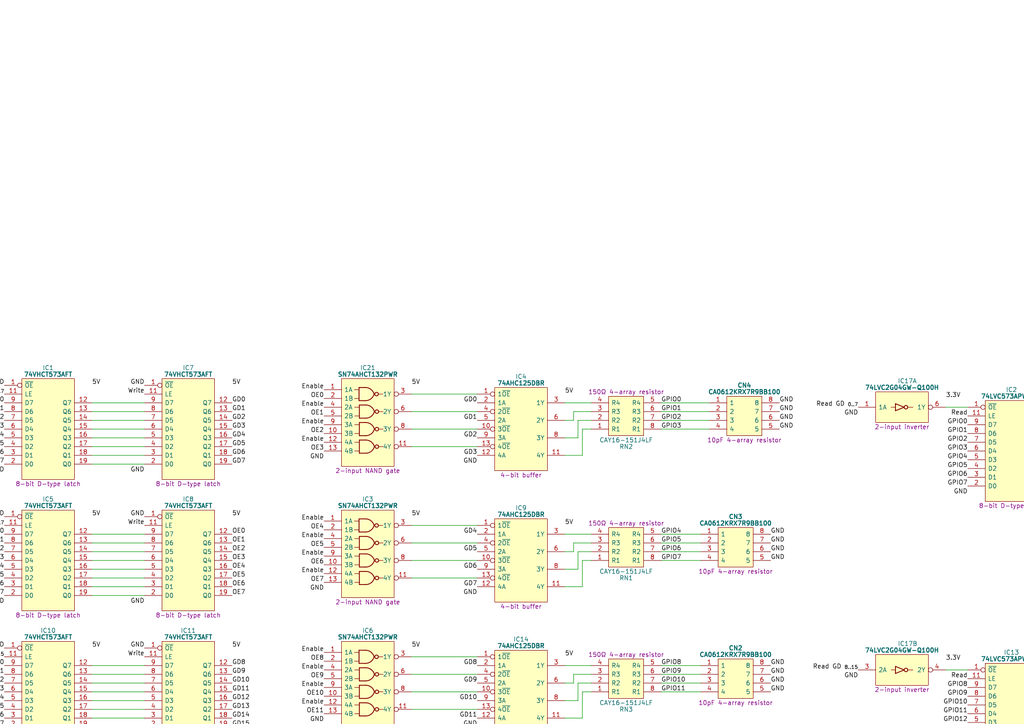
<source format=kicad_sch>
(kicad_sch (version 20231120) (generator "eeschema") (generator_version "8.0")
  (paper "A4")
  (title_block (title "GPIO 16bit") (date "2024-01-28"))
  (junction (at -34.29 284.48))
  (junction (at -5.08 284.48))
  (no_connect (at -55.88 177.8))
  (no_connect (at -8.89 289.56))
  (wire (pts (xy 163.83 236.22) (xy 166.37 236.22)))
  (wire (pts (xy 119.38 119.38) (xy 138.43 119.38)))
  (wire (pts (xy 191.77 200.66) (xy 203.2 200.66)))
  (wire (pts (xy 274.32 194.31) (xy 280.67 194.31)))
  (wire (pts (xy 119.38 157.48) (xy 138.43 157.48)))
  (wire (pts (xy 167.64 241.3) (xy 163.83 241.3)))
  (wire (pts (xy 168.91 200.66) (xy 168.91 208.28)))
  (wire (pts (xy 119.38 124.46) (xy 138.43 124.46)))
  (wire (pts (xy 119.38 243.84) (xy 138.43 243.84)))
  (wire (pts (xy 191.77 121.92) (xy 205.74 121.92)))
  (wire (pts (xy 26.67 193.04) (xy 41.91 193.04)))
  (wire (pts (xy 166.37 160.02) (xy 166.37 157.48)))
  (wire (pts (xy 191.77 195.58) (xy 203.2 195.58)))
  (wire (pts (xy 163.83 198.12) (xy 166.37 198.12)))
  (wire (pts (xy 119.38 152.4) (xy 138.43 152.4)))
  (wire (pts (xy 26.67 231.14) (xy 41.91 231.14)))
  (wire (pts (xy 26.67 160.02) (xy 41.91 160.02)))
  (wire (pts (xy 168.91 246.38) (xy 163.83 246.38)))
  (wire (pts (xy 191.77 124.46) (xy 205.74 124.46)))
  (wire (pts (xy 166.37 157.48) (xy 171.45 157.48)))
  (wire (pts (xy 26.67 233.68) (xy 41.91 233.68)))
  (wire (pts (xy 191.77 198.12) (xy 203.2 198.12)))
  (wire (pts (xy -8.89 284.48) (xy -5.08 284.48)))
  (wire (pts (xy 26.67 154.94) (xy 41.91 154.94)))
  (wire (pts (xy 26.67 119.38) (xy 41.91 119.38)))
  (wire (pts (xy 168.91 162.56) (xy 168.91 170.18)))
  (wire (pts (xy 119.38 195.58) (xy 138.43 195.58)))
  (wire (pts (xy 171.45 236.22) (xy 167.64 236.22)))
  (wire (pts (xy 26.67 121.92) (xy 41.91 121.92)))
  (wire (pts (xy 26.67 205.74) (xy 41.91 205.74)))
  (wire (pts (xy 26.67 167.64) (xy 41.91 167.64)))
  (wire (pts (xy 191.77 236.22) (xy 203.2 236.22)))
  (wire (pts (xy 166.37 198.12) (xy 166.37 195.58)))
  (wire (pts (xy 26.67 116.84) (xy 41.91 116.84)))
  (wire (pts (xy 167.64 236.22) (xy 167.64 241.3)))
  (wire (pts (xy 191.77 162.56) (xy 203.2 162.56)))
  (wire (pts (xy -5.08 284.48) (xy 0 284.48)))
  (wire (pts (xy 167.64 198.12) (xy 167.64 203.2)))
  (wire (pts (xy -5.08 289.56) (xy -5.08 284.48)))
  (wire (pts (xy 166.37 233.68) (xy 171.45 233.68)))
  (wire (pts (xy 26.67 132.08) (xy 41.91 132.08)))
  (wire (pts (xy 26.67 129.54) (xy 41.91 129.54)))
  (wire (pts (xy 163.83 121.92) (xy 166.37 121.92)))
  (wire (pts (xy 191.77 193.04) (xy 203.2 193.04)))
  (wire (pts (xy 171.45 160.02) (xy 167.64 160.02)))
  (wire (pts (xy 167.64 160.02) (xy 167.64 165.1)))
  (wire (pts (xy -49.53 284.48) (xy -34.29 284.48)))
  (wire (pts (xy 119.38 190.5) (xy 138.43 190.5)))
  (wire (pts (xy 166.37 195.58) (xy 171.45 195.58)))
  (wire (pts (xy -34.29 284.48) (xy -34.29 287.02)))
  (wire (pts (xy 163.83 231.14) (xy 171.45 231.14)))
  (wire (pts (xy 167.64 165.1) (xy 163.83 165.1)))
  (wire (pts (xy 166.37 119.38) (xy 171.45 119.38)))
  (wire (pts (xy 168.91 132.08) (xy 163.83 132.08)))
  (wire (pts (xy 26.67 134.62) (xy 41.91 134.62)))
  (wire (pts (xy 191.77 157.48) (xy 203.2 157.48)))
  (wire (pts (xy 191.77 233.68) (xy 203.2 233.68)))
  (wire (pts (xy 119.38 129.54) (xy 138.43 129.54)))
  (wire (pts (xy 119.38 205.74) (xy 138.43 205.74)))
  (wire (pts (xy 26.67 248.92) (xy 41.91 248.92)))
  (wire (pts (xy 119.38 200.66) (xy 138.43 200.66)))
  (wire (pts (xy 167.64 127) (xy 163.83 127)))
  (wire (pts (xy 168.91 124.46) (xy 168.91 132.08)))
  (wire (pts (xy 167.64 203.2) (xy 163.83 203.2)))
  (wire (pts (xy 168.91 170.18) (xy 163.83 170.18)))
  (wire (pts (xy 119.38 162.56) (xy 138.43 162.56)))
  (wire (pts (xy 119.38 228.6) (xy 138.43 228.6)))
  (wire (pts (xy 26.67 124.46) (xy 41.91 124.46)))
  (wire (pts (xy 171.45 198.12) (xy 167.64 198.12)))
  (wire (pts (xy 166.37 236.22) (xy 166.37 233.68)))
  (wire (pts (xy 167.64 121.92) (xy 167.64 127)))
  (wire (pts (xy -49.53 284.48) (xy -49.53 289.56)))
  (wire (pts (xy 26.67 198.12) (xy 41.91 198.12)))
  (wire (pts (xy 191.77 154.94) (xy 203.2 154.94)))
  (wire (pts (xy 26.67 195.58) (xy 41.91 195.58)))
  (wire (pts (xy -49.53 289.56) (xy -48.26 289.56)))
  (wire (pts (xy 26.67 127) (xy 41.91 127)))
  (wire (pts (xy 171.45 200.66) (xy 168.91 200.66)))
  (wire (pts (xy 274.32 118.11) (xy 280.67 118.11)))
  (wire (pts (xy 26.67 208.28) (xy 41.91 208.28)))
  (wire (pts (xy 171.45 121.92) (xy 167.64 121.92)))
  (wire (pts (xy 26.67 238.76) (xy 41.91 238.76)))
  (wire (pts (xy 26.67 170.18) (xy 41.91 170.18)))
  (wire (pts (xy 26.67 243.84) (xy 41.91 243.84)))
  (wire (pts (xy 191.77 119.38) (xy 205.74 119.38)))
  (wire (pts (xy 191.77 231.14) (xy 203.2 231.14)))
  (wire (pts (xy 119.38 233.68) (xy 138.43 233.68)))
  (wire (pts (xy 26.67 241.3) (xy 41.91 241.3)))
  (wire (pts (xy 163.83 193.04) (xy 171.45 193.04)))
  (wire (pts (xy 119.38 114.3) (xy 138.43 114.3)))
  (wire (pts (xy 26.67 203.2) (xy 41.91 203.2)))
  (wire (pts (xy 26.67 165.1) (xy 41.91 165.1)))
  (wire (pts (xy 171.45 162.56) (xy 168.91 162.56)))
  (wire (pts (xy 26.67 200.66) (xy 41.91 200.66)))
  (wire (pts (xy 119.38 238.76) (xy 138.43 238.76)))
  (wire (pts (xy 191.77 160.02) (xy 203.2 160.02)))
  (wire (pts (xy 166.37 121.92) (xy 166.37 119.38)))
  (wire (pts (xy 163.83 154.94) (xy 171.45 154.94)))
  (wire (pts (xy 26.67 236.22) (xy 41.91 236.22)))
  (wire (pts (xy 168.91 238.76) (xy 168.91 246.38)))
  (wire (pts (xy 26.67 246.38) (xy 41.91 246.38)))
  (wire (pts (xy 163.83 116.84) (xy 171.45 116.84)))
  (wire (pts (xy 26.67 210.82) (xy 41.91 210.82)))
  (wire (pts (xy 26.67 172.72) (xy 41.91 172.72)))
  (wire (pts (xy 171.45 124.46) (xy 168.91 124.46)))
  (wire (pts (xy 163.83 160.02) (xy 166.37 160.02)))
  (wire (pts (xy 26.67 157.48) (xy 41.91 157.48)))
  (wire (pts (xy 171.45 238.76) (xy 168.91 238.76)))
  (wire (pts (xy 191.77 116.84) (xy 205.74 116.84)))
  (wire (pts (xy 191.77 238.76) (xy 203.2 238.76)))
  (wire (pts (xy 168.91 208.28) (xy 163.83 208.28)))
  (wire (pts (xy 119.38 167.64) (xy 138.43 167.64)))
  (wire (pts (xy 26.67 162.56) (xy 41.91 162.56)))
  (label "GND" (at -53.34 246.38 0))
  (label "D1" (at -95.25 165.1 180))
  (label "GPIO0" (at 191.77 116.84 0))
  (label "D3" (at 1.27 200.66 180))
  (label "GPIO4" (at -55.88 160.02 0))
  (label "D7" (at 306.07 217.17 0))
  (label "GND" (at 1.27 226.06 180))
  (label "GND" (at 138.43 134.62 180))
  (label "D1" (at 306.07 201.93 0))
  (label "OE8" (at 93.98 191.77 180))
  (label "D3" (at 1.27 124.46 180))
  (label "5V" (at 26.67 111.76 0))
  (label "Enable" (at 93.98 128.27 180))
  (label "D2" (at 306.07 128.27 0))
  (label "Read GD _{0..7}" (at -95.25 129.54 180))
  (label "Enable" (at 93.98 232.41 180))
  (label "OE11" (at 93.98 207.01 180))
  (label "GND" (at 41.91 213.36 180))
  (label "GND" (at 226.06 119.38 0))
  (label "GND" (at 223.52 193.04 0))
  (label "D6" (at 306.07 138.43 0))
  (label "D4" (at 1.27 241.3 180))
  (label "Write GD _{8..15}" (at -95.25 172.72 180))
  (label "D1" (at 306.07 125.73 0))
  (label "GD7" (at 67.31 134.62 0))
  (label "Enable" (at 93.98 189.23 180))
  (label "GD15" (at 67.31 210.82 0))
  (label "D0" (at -95.25 167.64 180))
  (label "GND" (at 223.52 154.94 0))
  (label "OE14" (at 67.31 246.38 0))
  (label "5V" (at -95.25 134.62 180))
  (label "GND" (at 1.27 213.36 180))
  (label "OE14" (at 93.98 240.03 180))
  (label "GD1" (at 138.43 121.92 180))
  (label "GND" (at 226.06 121.92 0))
  (label "D6" (at 306.07 214.63 0))
  (label "GND" (at -67.31 237.49 0))
  (label "GD6" (at 138.43 165.1 180))
  (label "Write OE _{8..15}" (at -95.25 177.8 180))
  (label "GND" (at 223.52 200.66 0))
  (label "GND" (at -67.31 201.93 0))
  (label "OE10" (at 67.31 236.22 0))
  (label "D0" (at 1.27 193.04 180))
  (label "D7" (at 1.27 134.62 180))
  (label "GPIO9" (at 191.77 195.58 0))
  (label "GND" (at 41.91 149.86 180))
  (label "GND" (at -53.34 237.49 0))
  (label "GD5" (at 138.43 160.02 180))
  (label "GND" (at 223.52 233.68 0))
  (label "5V" (at 163.83 228.6 0))
  (label "GND" (at -39.37 246.38 0))
  (label "GND" (at 0 289.56 0))
  (label "GD2" (at 67.31 121.92 0))
  (label "D6" (at -95.25 149.86 180))
  (label "GND" (at 1.27 111.76 180))
  (label "GPIO9" (at 280.67 201.93 180))
  (label "GPIO11" (at 280.67 207.01 180))
  (label "GPIO3" (at 280.67 130.81 180))
  (label "D5" (at 1.27 167.64 180))
  (label "GD14" (at 67.31 208.28 0))
  (label "5V" (at -72.39 193.04 180))
  (label "Read GD _{8..15}" (at -95.25 132.08 180))
  (label "GPIO6" (at -55.88 154.94 0))
  (label "GPIO14" (at 280.67 214.63 180))
  (label "GPIO4" (at 191.77 154.94 0))
  (label "Write GD _{0..7}" (at 1.27 114.3 180))
  (label "GPIO5" (at -55.88 157.48 0))
  (label "OE5" (at 93.98 158.75 180))
  (label "GPIO10" (at -55.88 142.24 0))
  (label "D2" (at 306.07 204.47 0))
  (label "D1" (at 1.27 195.58 180))
  (label "Write OE _{0..7}" (at -95.25 175.26 180))
  (label "5V" (at 67.31 149.86 0))
  (label "GPIO2" (at 191.77 121.92 0))
  (label "5V" (at 119.38 187.96 0))
  (label "D5" (at -95.25 152.4 180))
  (label "Write" (at 41.91 228.6 180))
  (label "D7" (at 1.27 172.72 180))
  (label "3.3V" (at 274.32 191.77 0))
  (label "GND" (at -43.18 289.56 0))
  (label "GPIO2" (at -55.88 167.64 0))
  (label "GD11" (at 138.43 208.28 180))
  (label "D4" (at 1.27 203.2 180))
  (label "Enable" (at 93.98 204.47 180))
  (label "GND" (at 1.27 251.46 180))
  (label "GND" (at 93.98 209.55 180))
  (label "GND" (at -53.34 201.93 0))
  (label "GPIO15" (at -55.88 129.54 0))
  (label "GND" (at 41.91 137.16 180))
  (label "D7" (at -95.25 147.32 180))
  (label "OE15" (at 67.31 248.92 0))
  (label "5V" (at 119.38 111.76 0))
  (label "3.3V" (at 306.07 194.31 0))
  (label "OE10" (at 93.98 201.93 180))
  (label "GPIO3" (at 191.77 124.46 0))
  (label "GND" (at 223.52 198.12 0))
  (label "GND" (at 223.52 162.56 0))
  (label "D5" (at 1.27 129.54 180))
  (label "GND" (at 1.27 149.86 180))
  (label "5V" (at 26.67 226.06 0))
  (label "Enable" (at 93.98 156.21 180))
  (label "GPIO15" (at 191.77 238.76 0))
  (label "D3" (at 1.27 238.76 180))
  (label "GND" (at 1.27 175.26 180))
  (label "D1" (at 1.27 233.68 180))
  (label "D6" (at 1.27 170.18 180))
  (label "GPIO10" (at 280.67 204.47 180))
  (label "GND" (at -67.31 246.38 0))
  (label "GPIO11" (at 191.77 200.66 0))
  (label "GND" (at -67.31 219.71 0))
  (label "GPIO8" (at 280.67 199.39 180))
  (label "GPIO7" (at 280.67 140.97 180))
  (label "GND" (at 41.91 111.76 180))
  (label "D7" (at 306.07 140.97 0))
  (label "GPIO12" (at 191.77 231.14 0))
  (label "GPIO4" (at 280.67 133.35 180))
  (label "GND" (at 248.92 120.65 180))
  (label "D0" (at 306.07 123.19 0))
  (label "5V" (at -72.39 255.27 180))
  (label "GPIO0" (at -55.88 175.26 0))
  (label "3.3V" (at 274.32 115.57 0))
  (label "GND" (at 223.52 236.22 0))
  (label "OE11" (at 67.31 238.76 0))
  (label "GND" (at 223.52 195.58 0))
  (label "GD13" (at 138.43 236.22 180))
  (label "GPIO7" (at 191.77 162.56 0))
  (label "GD1" (at 67.31 119.38 0))
  (label "5V" (at -58.42 210.82 180))
  (label "GD13" (at 67.31 205.74 0))
  (label "GPIO14" (at 191.77 236.22 0))
  (label "D2" (at 1.27 236.22 180))
  (label "GND" (at 1.27 137.16 180))
  (label "GND" (at 138.43 210.82 180))
  (label "D3" (at -95.25 157.48 180))
  (label "GPIO1" (at 280.67 125.73 180))
  (label "D2" (at 1.27 121.92 180))
  (label "3.3V" (at -72.39 219.71 180))
  (label "5V" (at -58.42 201.93 180))
  (label "Enable" (at 93.98 199.39 180))
  (label "D5" (at 306.07 135.89 0))
  (label "GND" (at -53.34 210.82 0))
  (label "5V" (at 26.67 187.96 0))
  (label "Enable" (at 93.98 151.13 180))
  (label "GD10" (at 138.43 203.2 180))
  (label "OE8" (at 67.31 231.14 0))
  (label "GND" (at 223.52 238.76 0))
  (label "D2" (at 1.27 160.02 180))
  (label "GND" (at -67.31 228.6 0))
  (label "5V" (at 163.83 152.4 0))
  (label "GD15" (at 138.43 246.38 180))
  (label "GPIO3" (at -55.88 165.1 0))
  (label "OE4" (at 93.98 153.67 180))
  (label "D4" (at 1.27 127 180))
  (label "GPIO5" (at 280.67 135.89 180))
  (label "GPIO8" (at -55.88 149.86 0))
  (label "GD4" (at 67.31 127 0))
  (label "GPIO10" (at 191.77 198.12 0))
  (label "D6" (at 1.27 208.28 180))
  (label "GD2" (at 138.43 127 180))
  (label "5V" (at -44.45 228.6 180))
  (label "GD12" (at 138.43 231.14 180))
  (label "GND" (at -39.37 237.49 0))
  (label "D1" (at 1.27 157.48 180))
  (label "OE9" (at 93.98 196.85 180))
  (label "OE3" (at 93.98 130.81 180))
  (label "5V" (at -72.39 201.93 180))
  (label "GPIO14" (at -55.88 132.08 0))
  (label "Read GD _{8..15}" (at 248.92 194.31 180))
  (label "5V" (at -72.39 210.82 180))
  (label "GPIO13" (at -55.88 134.62 0))
  (label "GND" (at 93.98 171.45 180))
  (label "5V" (at 119.38 149.86 0))
  (label "GND" (at -67.31 210.82 0))
  (label "GD7" (at 138.43 170.18 180))
  (label "5V" (at 67.31 111.76 0))
  (label "D1" (at 1.27 119.38 180))
  (label "3.3V" (at 0 284.48 0))
  (label "GND" (at -53.34 255.27 0))
  (label "OE6" (at 67.31 170.18 0))
  (label "OE0" (at 93.98 115.57 180))
  (label "GD0" (at 138.43 116.84 180))
  (label "Enable" (at 93.98 227.33 180))
  (label "D6" (at 1.27 132.08 180))
  (label "GND" (at -67.31 193.04 0))
  (label "D4" (at -95.25 154.94 180))
  (label "GPIO1" (at 191.77 119.38 0))
  (label "GD3" (at 138.43 132.08 180))
  (label "5V" (at 26.67 149.86 0))
  (label "D5" (at 306.07 212.09 0))
  (label "D0" (at 1.27 154.94 180))
  (label "Write OE _{8..15}" (at 1.27 228.6 180))
  (label "Enable" (at 93.98 161.29 180))
  (label "GD11" (at 67.31 200.66 0))
  (label "GND" (at 226.06 124.46 0))
  (label "GND" (at 226.06 116.84 0))
  (label "GND" (at 138.43 248.92 180))
  (label "GD5" (at 67.31 129.54 0))
  (label "Enable" (at 93.98 242.57 180))
  (label "D4" (at 306.07 133.35 0))
  (label "GND" (at 248.92 196.85 180))
  (label "GND" (at 280.67 219.71 180))
  (label "GND" (at 1.27 187.96 180))
  (label "GPIO13" (at 280.67 212.09 180))
  (label "D7" (at 1.27 248.92 180))
  (label "OE15" (at 93.98 245.11 180))
  (label "D7" (at 1.27 210.82 180))
  (label "OE13" (at 93.98 234.95 180))
  (label "OE1" (at 93.98 120.65 180))
  (label "5V" (at 67.31 187.96 0))
  (label "GD4" (at 138.43 154.94 180))
  (label "OE9" (at 67.31 233.68 0))
  (label "3.3V" (at -72.39 237.49 180))
  (label "D0" (at 1.27 116.84 180))
  (label "D0" (at 1.27 231.14 180))
  (label "GND" (at -95.25 144.78 180))
  (label "GPIO5" (at 191.77 157.48 0))
  (label "3.3V" (at 306.07 118.11 0))
  (label "Write" (at -95.25 139.7 180))
  (label "GND" (at -53.34 219.71 0))
  (label "GD9" (at 67.31 195.58 0))
  (label "OE0" (at 67.31 154.94 0))
  (label "Write GD _{0..7}" (at -95.25 170.18 180))
  (label "D2" (at 1.27 198.12 180))
  (label "GPIO0" (at 280.67 123.19 180))
  (label "5V" (at -49.53 284.48 180))
  (label "GND" (at -39.37 228.6 0))
  (label "GD3" (at 67.31 124.46 0))
  (label "GPIO7" (at -55.88 152.4 0))
  (label "5V" (at -58.42 255.27 180))
  (label "D0" (at 306.07 199.39 0))
  (label "GND" (at 41.91 187.96 180))
  (label "D3" (at 306.07 207.01 0))
  (label "Enable" (at 93.98 166.37 180))
  (label "Write" (at 41.91 114.3 180))
  (label "GND" (at 138.43 172.72 180))
  (label "D3" (at 1.27 162.56 180))
  (label "GD8" (at 67.31 193.04 0))
  (label "D5" (at 1.27 243.84 180))
  (label "Write" (at 41.91 190.5 180))
  (label "5V" (at -58.42 193.04 180))
  (label "OE1" (at 67.31 157.48 0))
  (label "Write OE _{0..7}" (at 1.27 152.4 180))
  (label "Enable" (at 93.98 237.49 180))
  (label "GND" (at 41.91 251.46 180))
  (label "5V" (at -58.42 219.71 180))
  (label "GPIO15" (at 280.67 217.17 180))
  (label "GD6" (at 67.31 132.08 0))
  (label "OE12" (at 67.31 241.3 0))
  (label "Enable" (at 93.98 123.19 180))
  (label "OE4" (at 67.31 165.1 0))
  (label "GPIO1" (at -55.88 170.18 0))
  (label "GD12" (at 67.31 203.2 0))
  (label "Read" (at -95.25 137.16 180))
  (label "GND" (at -53.34 228.6 0))
  (label "OE2" (at 67.31 160.02 0))
  (label "D2" (at -95.25 160.02 180))
  (label "GND" (at 223.52 160.02 0))
  (label "OE7" (at 93.98 168.91 180))
  (label "GPIO6" (at 280.67 138.43 180))
  (label "GND" (at 41.91 226.06 180))
  (label "5V" (at -58.42 246.38 180))
  (label "5V" (at -44.45 246.38 180))
  (label "GPIO11" (at -55.88 139.7 0))
  (label "GND" (at 93.98 133.35 180))
  (label "D4" (at 306.07 209.55 0))
  (label "Enable" (at -95.25 142.24 180))
  (label "Write" (at 41.91 152.4 180))
  (label "5V" (at -55.88 172.72 0))
  (label "GPIO2" (at 280.67 128.27 180))
  (label "GND" (at 223.52 231.14 0))
  (label "Enable" (at 93.98 113.03 180))
  (label "3.3V" (at -72.39 228.6 180))
  (label "5V" (at -58.42 228.6 180))
  (label "OE5" (at 67.31 167.64 0))
  (label "D5" (at 1.27 205.74 180))
  (label "Read GD _{0..7}" (at 248.92 118.11 180))
  (label "GND" (at -34.29 289.56 180))
  (label "Read" (at 280.67 196.85 180))
  (label "GPIO9" (at -55.88 147.32 0))
  (label "5V" (at -58.42 237.49 180))
  (label "GND" (at -95.25 162.56 180))
  (label "Enable" (at 93.98 194.31 180))
  (label "Read" (at 280.67 120.65 180))
  (label "5V" (at 163.83 114.3 0))
  (label "5V" (at 67.31 226.06 0))
  (label "GD10" (at 67.31 198.12 0))
  (label "GND" (at 41.91 175.26 180))
  (label "GD0" (at 67.31 116.84 0))
  (label "OE13" (at 67.31 243.84 0))
  (label "OE12" (at 93.98 229.87 180))
  (label "GND" (at -53.34 193.04 0))
  (label "GPIO12" (at 280.67 209.55 180))
  (label "GND" (at -55.88 144.78 0))
  (label "GND" (at -67.31 255.27 0))
  (label "5V" (at -44.45 237.49 180))
  (label "OE3" (at 67.31 162.56 0))
  (label "5V" (at 119.38 226.06 0))
  (label "GND" (at -55.88 162.56 0))
  (label "GPIO12" (at -55.88 137.16 0))
  (label "GND" (at 93.98 247.65 180))
  (label "GPIO8" (at 191.77 193.04 0))
  (label "GND" (at 280.67 143.51 180))
  (label "D6" (at 1.27 246.38 180))
  (label "GND" (at 223.52 157.48 0))
  (label "GD8" (at 138.43 193.04 180))
  (label "GPIO6" (at 191.77 160.02 0))
  (label "GPIO13" (at 191.77 233.68 0))
  (label "Enable" (at 93.98 118.11 180))
  (label "OE6" (at 93.98 163.83 180))
  (label "OE7" (at 67.31 172.72 0))
  (label "5V" (at 163.83 190.5 0))
  (label "D4" (at 1.27 165.1 180))
  (label "D3" (at 306.07 130.81 0))
  (label "Write GD _{8..15}" (at 1.27 190.5 180))
  (label "GD14" (at 138.43 241.3 180))
  (label "OE2" (at 93.98 125.73 180))
  (label "GD9" (at 138.43 198.12 180))
  (label "5V" (at -72.39 246.38 180))
  (symbol (lib_id "Toshiba:74VHCT573AFT") (at 1.27 226.06 0) (unit 1)
    (property "Reference" "IC15" (at 13.97 220.98 0))
    (property "Value" "74VHCT573AFT" (at 13.97 222.885 0) (effects (font (bold yes))))
    (property "Footprint" "SOP65P640X120-20N" (effects (hide yes)))
    (property "Datasheet" "https://www.mouser.co.za/datasheet/2/408/74VHCT573AFT_datasheet_en_20160804-2936705.pdf" (effects (hide yes)))
    (property "Description" "8-bit D-type latch" (at 13.97 254.635 0))
    (property "Height" "1.2" (effects (hide yes)))
    (property "Manufacturer_Name" "Toshiba" (effects (hide yes)))
    (property "Manufacturer_Part_Number" "74VHCT573AFT" (effects (hide yes)))
    (property "Mouser Part Number" "N/A" (effects (hide yes)))
    (property "Mouser Price/Stock" "https://www.mouser.com/Search/Refine.aspx?Keyword=N%2FA" (effects (hide yes)))
    (property "Silkscreen" "74VHCT573AF" (effects (hide yes)))
  )
  (symbol (lib_id "Texas_Instruments:SN74AHC125DBR") (at 138.43 228.6 0) (unit 1)
    (property "Reference" "IC18" (at 151.13 223.52 0))
    (property "Value" "74AHC125DBR" (at 151.13 225.425 0) (effects (font (bold yes))))
    (property "Footprint" "SamacSys_Parts:SOP65P780X200-14N" (effects (hide yes)))
    (property "Datasheet" "https://datasheet.datasheetarchive.com/originals/distributors/Datasheets-DGA14/1209772.pdf" (effects (hide yes)))
    (property "Description" "4-bit buffer" (at 151.13 252.095 0))
    (property "Height" "1.73" (effects (hide yes)))
    (property "Manufacturer_Name" "Diodes Inc." (effects (hide yes)))
    (property "Manufacturer_Part_Number" "SN74AHC125DBR" (effects (hide yes)))
    (property "Mouser Part Number" " 595-SN74AHC125DBR" (effects (hide yes)))
    (property "Mouser Price/Stock" "https://www.mouser.com/Search/Refine.aspx?Keyword=621-74AHC125S14-13" (effects (hide yes)))
    (property "Silkscreen" "74AHC125" (effects (hide yes)))
  )
  (symbol (lib_id "Toshiba:74VHCT573AFT") (at 1.27 187.96 0) (unit 1)
    (property "Reference" "IC10" (at 13.97 182.88 0))
    (property "Value" "74VHCT573AFT" (at 13.97 184.785 0) (effects (font (bold yes))))
    (property "Footprint" "SOP65P640X120-20N" (effects (hide yes)))
    (property "Datasheet" "https://www.mouser.co.za/datasheet/2/408/74VHCT573AFT_datasheet_en_20160804-2936705.pdf" (effects (hide yes)))
    (property "Description" "8-bit D-type latch" (at 13.97 216.535 0))
    (property "Height" "1.2" (effects (hide yes)))
    (property "Manufacturer_Name" "Toshiba" (effects (hide yes)))
    (property "Manufacturer_Part_Number" "74VHCT573AFT" (effects (hide yes)))
    (property "Mouser Part Number" "N/A" (effects (hide yes)))
    (property "Mouser Price/Stock" "https://www.mouser.com/Search/Refine.aspx?Keyword=N%2FA" (effects (hide yes)))
    (property "Silkscreen" "74VHCT573AF" (effects (hide yes)))
  )
  (symbol (lib_id "Connector_Generic:Conn_01x20") (at -90.17 152.4 0) (unit 1)
    (property "Reference" "J2" (at -90.17 127 0))
    (property "Value" "Conn_01x20" (at -90.17 180.34 0))
    (property "Footprint" "SamacSys_Parts:SIP_20_Pins" (effects (hide yes)))
  )
  (symbol (lib_id "HCP65:C_0805") (at -48.26 289.56 0) (unit 1)
    (property "Reference" "C13" (at -45.974 287.02 0))
    (property "Value" "10µF" (at -48.26 292.1 0) (effects (justify left)))
    (property "Footprint" "SamacSys_Parts:C_0805" (effects (hide yes)))
  )
  (symbol (lib_id "Yageo:CA0612KRX7R9BB100") (at 205.74 116.84 0) (unit 1)
    (property "Reference" "CN4" (at 215.9 111.76 0) (effects (font (bold yes))))
    (property "Value" "CA0612KRX7R9BB100" (at 215.9 113.665 0) (effects (font (bold yes))))
    (property "Footprint" "SamacSys_Parts:CA0612KRX7R9BB100" (effects (hide yes)))
    (property "Datasheet" "https://componentsearchengine.com/Datasheets/1/CA0612KRX7R9BB102.pdf" (effects (hide yes)))
    (property "Description" "10pF 4-array resistor" (at 215.9 127.635 0))
    (property "Manufacturer_Name" "KEMET" (effects (hide yes)))
    (property "Manufacturer_Part_Number" "CA0612KRX7R9BB102" (effects (hide yes)))
    (property "Mouser Part Number" "603-CA612KRX7R9BB102" (effects (hide yes)))
    (property "Mouser Price/Stock" "https://www.mouser.co.uk/ProductDetail/YAGEO/CA0612KRX7R9BB102?qs=50q%252BZR8McTG8nSzW%2FPfXjQ%3D%3D" (effects (hide yes)))
    (property "Silkscreen" "10pF" (effects (hide yes)))
  )
  (symbol (lib_id "Nexperia:74LVC573APW,118") (at 280.67 118.11 0) (unit 1)
    (property "Reference" "IC2" (at 293.37 113.03 0))
    (property "Value" "74LVC573APW,118" (at 293.37 114.935 0) (effects (font (bold yes))))
    (property "Footprint" "SOP65P640X110-20N" (effects (hide yes)))
    (property "Datasheet" "https://assets.nexperia.com/documents/data-sheet/74LVC573A.pdf" (effects (hide yes)))
    (property "Description" "8-bit D-type latch" (at 293.37 146.685 0))
    (property "Height" "1.1" (effects (hide yes)))
    (property "Mouser Part Number" "771-74LVC573APW-T" (effects (hide yes)))
    (property "Mouser Price/Stock" "https://www.mouser.co.uk/ProductDetail/Nexperia/74LVC573APW118/?qs=me8TqzrmIYU4mlL%252B5pgpig%3D%3D" (effects (hide yes)))
    (property "Manufacturer_Name" "Nexperia" (effects (hide yes)))
    (property "Manufacturer_Part_Number" "74LVC573APW,118" (effects (hide yes)))
    (property "Silkscreen" "74LVC573" (effects (hide yes)))
  )
  (symbol (lib_id "Nexperia:74LVC2G04GW-Q100H_Multi") (at 248.92 118.11 0) (unit 1)
    (property "Reference" "IC17" (at 260.35 110.49 0) (effects (justify left)))
    (property "Value" "74LVC2G04GW-Q100H" (at 261.62 112.395 0) (effects (font (bold yes))))
    (property "Footprint" "SOP65P210X110-6N" (effects (hide yes)))
    (property "Datasheet" "https://assets.nexperia.com/documents/data-sheet/74LVC2G04_Q100.pdf" (effects (hide yes)))
    (property "Description" "2-input inverter" (at 261.62 123.825 0))
    (property "Height" "1.1" (effects (hide yes)))
    (property "Manufacturer_Name" "Nexperia" (effects (hide yes)))
    (property "Manufacturer_Part_Number" "74LVC2G04GW-Q100H" (effects (hide yes)))
    (property "Mouser Part Number" "771-74LVC2G04GWQ100H" (effects (hide yes)))
    (property "Mouser Price/Stock" "https://www.mouser.co.uk/ProductDetail/Nexperia/74LVC2G04GW-Q100H?qs=Yna0arPQ0CQTXbBDVSrZqQ%3D%3D" (effects (hide yes)))
    (property "Silkscreen" "'2G04" (effects (hide yes)))
  )
  (symbol (lib_id "HCP65:C_0805") (at -58.42 228.6 0) (unit 1)
    (property "Reference" "C12" (at -56.134 226.06 0))
    (property "Value" "1μF" (at -55.88 231.14 0))
    (property "Footprint" "SamacSys_Parts:C_0805" (effects (hide yes)))
  )
  (symbol (lib_id "HCP65:C_0805") (at -58.42 237.49 0) (unit 1)
    (property "Reference" "C15" (at -56.134 234.95 0))
    (property "Value" "1μF" (at -55.88 240.03 0))
    (property "Footprint" "SamacSys_Parts:C_0805" (effects (hide yes)))
  )
  (symbol (lib_id "Toshiba:74VHCT573AFT") (at 1.27 149.86 0) (unit 1)
    (property "Reference" "IC5" (at 13.97 144.78 0))
    (property "Value" "74VHCT573AFT" (at 13.97 146.685 0) (effects (font (bold yes))))
    (property "Footprint" "SOP65P640X120-20N" (effects (hide yes)))
    (property "Datasheet" "https://www.mouser.co.za/datasheet/2/408/74VHCT573AFT_datasheet_en_20160804-2936705.pdf" (effects (hide yes)))
    (property "Description" "8-bit D-type latch" (at 13.97 178.435 0))
    (property "Height" "1.2" (effects (hide yes)))
    (property "Manufacturer_Name" "Toshiba" (effects (hide yes)))
    (property "Manufacturer_Part_Number" "74VHCT573AFT" (effects (hide yes)))
    (property "Mouser Part Number" "N/A" (effects (hide yes)))
    (property "Mouser Price/Stock" "https://www.mouser.com/Search/Refine.aspx?Keyword=N%2FA" (effects (hide yes)))
    (property "Silkscreen" "74VHCT573AF" (effects (hide yes)))
  )
  (symbol (lib_id "HCP65:C_0805") (at -44.45 228.6 0) (unit 1)
    (property "Reference" "C8" (at -42.164 226.06 0))
    (property "Value" "1μF" (at -41.91 231.14 0))
    (property "Footprint" "SamacSys_Parts:C_0805" (effects (hide yes)))
  )
  (symbol (lib_id "HCP65:C_0805") (at -58.42 246.38 0) (unit 1)
    (property "Reference" "C17" (at -56.134 243.84 0))
    (property "Value" "1μF" (at -55.88 248.92 0))
    (property "Footprint" "SamacSys_Parts:C_0805" (effects (hide yes)))
  )
  (symbol (lib_id "Texas_Instruments:SN74AHCT132PWR") (at 93.98 151.13 0) (unit 1)
    (property "Reference" "IC3" (at 106.68 144.78 0))
    (property "Value" "SN74AHCT132PWR" (at 106.68 146.685 0) (effects (font (bold yes))))
    (property "Footprint" "SOP65P640X120-14N" (effects (hide yes)))
    (property "Datasheet" "http://www.ti.com/lit/gpn/sn74ahct132" (effects (hide yes)))
    (property "Description" "2-input NAND gate" (at 106.68 174.625 0))
    (property "Height" "1.2" (effects (hide yes)))
    (property "Manufacturer_Name" "Texas Instruments" (effects (hide yes)))
    (property "Manufacturer_Part_Number" "SN74AHCT132PWR" (effects (hide yes)))
    (property "Mouser Part Number" "595-SN74AHCT132PWR" (effects (hide yes)))
    (property "Mouser Price/Stock" "https://www.mouser.co.uk/ProductDetail/Texas-Instruments/SN74AHCT132PWR?qs=5WY7Uqh921xMOjGkv%2FJ8XQ%3D%3D" (effects (hide yes)))
    (property "Silkscreen" "74AHCT132" (effects (hide yes)))
  )
  (symbol (lib_id "Bourns:CAY16-151J4LF") (at 171.45 200.66 0) (mirror x) (unit 1)
    (property "Reference" "RN3" (at 181.61 205.74 0))
    (property "Value" "CAY16-151J4LF" (at 181.61 203.835 0))
    (property "Footprint" "SamacSys_Parts:CAY16-J4" (effects (hide yes)))
    (property "Datasheet" "https://datasheet.datasheetarchive.com/originals/distributors/SFDatasheet-7/sf-000140092.pdf" (effects (hide yes)))
    (property "Description" "150Ω 4-array resistor" (at 181.61 189.865 0))
    (property "Height" "0.6" (effects (hide yes)))
    (property "Manufacturer_Name" "Bourns" (effects (hide yes)))
    (property "Manufacturer_Part_Number" "CAY16-151J4LF" (effects (hide yes)))
    (property "Mouser Part Number" "652-CAY16-151J4LF" (effects (hide yes)))
    (property "Mouser Price/Stock" "https://www.mouser.co.uk/ProductDetail/Bourns/CAY16-151J4LF?qs=Qv7qbSW4mEF5GWsPNNp3QA%3D%3D" (effects (hide yes)))
    (property "Arrow Part Number" "CAY16-151J4LF" (effects (hide yes)))
    (property "Arrow Price/Stock" "https://www.arrow.com/en/products/cay16-151j4lf/bourns" (effects (hide yes)))
    (property "Silkscreen" "150Ω" (effects (hide yes)))
  )
  (symbol (lib_id "HCP65:C_0805") (at -72.39 246.38 0) (unit 1)
    (property "Reference" "C16" (at -70.104 243.84 0))
    (property "Value" "1μF" (at -69.85 248.92 0))
    (property "Footprint" "SamacSys_Parts:C_0805" (effects (hide yes)))
  )
  (symbol (lib_id "HCP65:C_0805") (at -5.08 289.56 0) (unit 1)
    (property "Reference" "C21" (at -2.794 287.02 0))
    (property "Value" "10µF" (at -5.08 292.1 0) (effects (justify left)))
    (property "Footprint" "SamacSys_Parts:C_0805" (effects (hide yes)))
  )
  (symbol (lib_id "HCP65:C_0805") (at -72.39 237.49 0) (unit 1)
    (property "Reference" "C14" (at -70.104 234.95 0))
    (property "Value" "1μF" (at -69.85 240.03 0))
    (property "Footprint" "SamacSys_Parts:C_0805" (effects (hide yes)))
  )
  (symbol (lib_id "Toshiba:74VHCT573AFT") (at 41.91 111.76 0) (unit 1)
    (property "Reference" "IC7" (at 54.61 106.68 0))
    (property "Value" "74VHCT573AFT" (at 54.61 108.585 0) (effects (font (bold yes))))
    (property "Footprint" "SOP65P640X120-20N" (effects (hide yes)))
    (property "Datasheet" "https://www.mouser.co.za/datasheet/2/408/74VHCT573AFT_datasheet_en_20160804-2936705.pdf" (effects (hide yes)))
    (property "Description" "8-bit D-type latch" (at 54.61 140.335 0))
    (property "Height" "1.2" (effects (hide yes)))
    (property "Manufacturer_Name" "Toshiba" (effects (hide yes)))
    (property "Manufacturer_Part_Number" "74VHCT573AFT" (effects (hide yes)))
    (property "Mouser Part Number" "N/A" (effects (hide yes)))
    (property "Mouser Price/Stock" "https://www.mouser.com/Search/Refine.aspx?Keyword=N%2FA" (effects (hide yes)))
    (property "Silkscreen" "74VHCT573AF" (effects (hide yes)))
  )
  (symbol (lib_id "HCP65:C_0805") (at -72.39 228.6 0) (unit 1)
    (property "Reference" "C5" (at -70.104 226.06 0))
    (property "Value" "1μF" (at -69.85 231.14 0))
    (property "Footprint" "SamacSys_Parts:C_0805" (effects (hide yes)))
  )
  (symbol (lib_id "Toshiba:74VHCT573AFT") (at 41.91 149.86 0) (unit 1)
    (property "Reference" "IC8" (at 54.61 144.78 0))
    (property "Value" "74VHCT573AFT" (at 54.61 146.685 0) (effects (font (bold yes))))
    (property "Footprint" "SOP65P640X120-20N" (effects (hide yes)))
    (property "Datasheet" "https://www.mouser.co.za/datasheet/2/408/74VHCT573AFT_datasheet_en_20160804-2936705.pdf" (effects (hide yes)))
    (property "Description" "8-bit D-type latch" (at 54.61 178.435 0))
    (property "Height" "1.2" (effects (hide yes)))
    (property "Manufacturer_Name" "Toshiba" (effects (hide yes)))
    (property "Manufacturer_Part_Number" "74VHCT573AFT" (effects (hide yes)))
    (property "Mouser Part Number" "N/A" (effects (hide yes)))
    (property "Mouser Price/Stock" "https://www.mouser.com/Search/Refine.aspx?Keyword=N%2FA" (effects (hide yes)))
    (property "Silkscreen" "74VHCT573AF" (effects (hide yes)))
  )
  (symbol (lib_id "Texas_Instruments:SN74AHCT132PWR") (at 93.98 113.03 0) (unit 1)
    (property "Reference" "IC21" (at 106.68 106.68 0))
    (property "Value" "SN74AHCT132PWR" (at 106.68 108.585 0) (effects (font (bold yes))))
    (property "Footprint" "SOP65P640X120-14N" (effects (hide yes)))
    (property "Datasheet" "http://www.ti.com/lit/gpn/sn74ahct132" (effects (hide yes)))
    (property "Description" "2-input NAND gate" (at 106.68 136.525 0))
    (property "Height" "1.2" (effects (hide yes)))
    (property "Manufacturer_Name" "Texas Instruments" (effects (hide yes)))
    (property "Manufacturer_Part_Number" "SN74AHCT132PWR" (effects (hide yes)))
    (property "Mouser Part Number" "595-SN74AHCT132PWR" (effects (hide yes)))
    (property "Mouser Price/Stock" "https://www.mouser.co.uk/ProductDetail/Texas-Instruments/SN74AHCT132PWR?qs=5WY7Uqh921xMOjGkv%2FJ8XQ%3D%3D" (effects (hide yes)))
    (property "Silkscreen" "74AHCT132" (effects (hide yes)))
  )
  (symbol (lib_id "HCP65:C_0805") (at -58.42 201.93 0) (unit 1)
    (property "Reference" "C2" (at -56.134 199.39 0))
    (property "Value" "1μF" (at -55.88 204.47 0))
    (property "Footprint" "SamacSys_Parts:C_0805" (effects (hide yes)))
  )
  (symbol (lib_id "HCP65:C_0805") (at -72.39 193.04 0) (unit 1)
    (property "Reference" "C9" (at -70.104 190.5 0))
    (property "Value" "1μF" (at -69.85 195.58 0))
    (property "Footprint" "SamacSys_Parts:C_0805" (effects (hide yes)))
  )
  (symbol (lib_id "Toshiba:74VHCT573AFT") (at 41.91 187.96 0) (unit 1)
    (property "Reference" "IC11" (at 54.61 182.88 0))
    (property "Value" "74VHCT573AFT" (at 54.61 184.785 0) (effects (font (bold yes))))
    (property "Footprint" "SOP65P640X120-20N" (effects (hide yes)))
    (property "Datasheet" "https://www.mouser.co.za/datasheet/2/408/74VHCT573AFT_datasheet_en_20160804-2936705.pdf" (effects (hide yes)))
    (property "Description" "8-bit D-type latch" (at 54.61 216.535 0))
    (property "Height" "1.2" (effects (hide yes)))
    (property "Manufacturer_Name" "Toshiba" (effects (hide yes)))
    (property "Manufacturer_Part_Number" "74VHCT573AFT" (effects (hide yes)))
    (property "Mouser Part Number" "N/A" (effects (hide yes)))
    (property "Mouser Price/Stock" "https://www.mouser.com/Search/Refine.aspx?Keyword=N%2FA" (effects (hide yes)))
    (property "Silkscreen" "74VHCT573AF" (effects (hide yes)))
  )
  (symbol (lib_id "HCP65:C_0805") (at -44.45 237.49 0) (unit 1)
    (property "Reference" "C11" (at -42.164 234.95 0))
    (property "Value" "1μF" (at -41.91 240.03 0))
    (property "Footprint" "SamacSys_Parts:C_0805" (effects (hide yes)))
  )
  (symbol (lib_id "Toshiba:74VHCT573AFT") (at 1.27 111.76 0) (unit 1)
    (property "Reference" "IC1" (at 13.97 106.68 0))
    (property "Value" "74VHCT573AFT" (at 13.97 108.585 0) (effects (font (bold yes))))
    (property "Footprint" "SOP65P640X120-20N" (effects (hide yes)))
    (property "Datasheet" "https://www.mouser.co.za/datasheet/2/408/74VHCT573AFT_datasheet_en_20160804-2936705.pdf" (effects (hide yes)))
    (property "Description" "8-bit D-type latch" (at 13.97 140.335 0))
    (property "Height" "1.2" (effects (hide yes)))
    (property "Manufacturer_Name" "Toshiba" (effects (hide yes)))
    (property "Manufacturer_Part_Number" "74VHCT573AFT" (effects (hide yes)))
    (property "Mouser Part Number" "N/A" (effects (hide yes)))
    (property "Mouser Price/Stock" "https://www.mouser.com/Search/Refine.aspx?Keyword=N%2FA" (effects (hide yes)))
    (property "Silkscreen" "74VHCT573AF" (effects (hide yes)))
  )
  (symbol (lib_id "Connector_Generic:Conn_01x20") (at -60.96 154.94 180) (unit 1)
    (property "Reference" "J1" (at -60.96 180.34 0))
    (property "Value" "Conn_01x20" (at -60.96 127 0))
    (property "Footprint" "SamacSys_Parts:SIP_20_Pins" (effects (hide yes)))
  )
  (symbol (lib_id "HCP65:C_0805") (at -58.42 210.82 0) (unit 1)
    (property "Reference" "C4" (at -56.134 208.28 0))
    (property "Value" "1μF" (at -55.88 213.36 0))
    (property "Footprint" "SamacSys_Parts:C_0805" (effects (hide yes)))
  )
  (symbol (lib_id "Toshiba:74VHCT573AFT") (at 41.91 226.06 0) (unit 1)
    (property "Reference" "IC16" (at 54.61 220.98 0))
    (property "Value" "74VHCT573AFT" (at 54.61 222.885 0) (effects (font (bold yes))))
    (property "Footprint" "SOP65P640X120-20N" (effects (hide yes)))
    (property "Datasheet" "https://www.mouser.co.za/datasheet/2/408/74VHCT573AFT_datasheet_en_20160804-2936705.pdf" (effects (hide yes)))
    (property "Description" "8-bit D-type latch" (at 54.61 254.635 0))
    (property "Height" "1.2" (effects (hide yes)))
    (property "Manufacturer_Name" "Toshiba" (effects (hide yes)))
    (property "Manufacturer_Part_Number" "74VHCT573AFT" (effects (hide yes)))
    (property "Mouser Part Number" "N/A" (effects (hide yes)))
    (property "Mouser Price/Stock" "https://www.mouser.com/Search/Refine.aspx?Keyword=N%2FA" (effects (hide yes)))
    (property "Silkscreen" "74VHCT573AF" (effects (hide yes)))
  )
  (symbol (lib_id "HCP65:C_0805") (at -58.42 219.71 0) (unit 1)
    (property "Reference" "C10" (at -56.134 217.17 0))
    (property "Value" "1μF" (at -55.88 222.25 0))
    (property "Footprint" "SamacSys_Parts:C_0805" (effects (hide yes)))
  )
  (symbol (lib_id "Nexperia:74LVC573APW,118") (at 280.67 194.31 0) (unit 1)
    (property "Reference" "IC13" (at 293.37 189.23 0))
    (property "Value" "74LVC573APW,118" (at 293.37 191.135 0) (effects (font (bold yes))))
    (property "Footprint" "SOP65P640X110-20N" (effects (hide yes)))
    (property "Datasheet" "https://assets.nexperia.com/documents/data-sheet/74LVC573A.pdf" (effects (hide yes)))
    (property "Description" "8-bit D-type latch" (at 293.37 222.885 0))
    (property "Height" "1.1" (effects (hide yes)))
    (property "Mouser Part Number" "771-74LVC573APW-T" (effects (hide yes)))
    (property "Mouser Price/Stock" "https://www.mouser.co.uk/ProductDetail/Nexperia/74LVC573APW118/?qs=me8TqzrmIYU4mlL%252B5pgpig%3D%3D" (effects (hide yes)))
    (property "Manufacturer_Name" "Nexperia" (effects (hide yes)))
    (property "Manufacturer_Part_Number" "74LVC573APW,118" (effects (hide yes)))
    (property "Silkscreen" "74LVC573" (effects (hide yes)))
  )
  (symbol (lib_id "Texas_Instruments:SN74AHC125DBR") (at 138.43 190.5 0) (unit 1)
    (property "Reference" "IC14" (at 151.13 185.42 0))
    (property "Value" "74AHC125DBR" (at 151.13 187.325 0) (effects (font (bold yes))))
    (property "Footprint" "SamacSys_Parts:SOP65P780X200-14N" (effects (hide yes)))
    (property "Datasheet" "https://datasheet.datasheetarchive.com/originals/distributors/Datasheets-DGA14/1209772.pdf" (effects (hide yes)))
    (property "Description" "4-bit buffer" (at 151.13 213.995 0))
    (property "Height" "1.73" (effects (hide yes)))
    (property "Manufacturer_Name" "Diodes Inc." (effects (hide yes)))
    (property "Manufacturer_Part_Number" "SN74AHC125DBR" (effects (hide yes)))
    (property "Mouser Part Number" " 595-SN74AHC125DBR" (effects (hide yes)))
    (property "Mouser Price/Stock" "https://www.mouser.com/Search/Refine.aspx?Keyword=621-74AHC125S14-13" (effects (hide yes)))
    (property "Silkscreen" "74AHC125" (effects (hide yes)))
  )
  (symbol (lib_id "Nexperia:74LVC2G04GW-Q100H_Multi") (at 248.92 194.31 0) (unit 2)
    (property "Reference" "IC17" (at 260.35 186.69 0) (effects (justify left)))
    (property "Value" "74LVC2G04GW-Q100H" (at 261.62 188.595 0) (effects (font (bold yes))))
    (property "Footprint" "SOP65P210X110-6N" (effects (hide yes)))
    (property "Datasheet" "https://assets.nexperia.com/documents/data-sheet/74LVC2G04_Q100.pdf" (effects (hide yes)))
    (property "Description" "2-input inverter" (at 261.62 200.025 0))
    (property "Height" "1.1" (effects (hide yes)))
    (property "Manufacturer_Name" "Nexperia" (effects (hide yes)))
    (property "Manufacturer_Part_Number" "74LVC2G04GW-Q100H" (effects (hide yes)))
    (property "Mouser Part Number" "771-74LVC2G04GWQ100H" (effects (hide yes)))
    (property "Mouser Price/Stock" "https://www.mouser.co.uk/ProductDetail/Nexperia/74LVC2G04GW-Q100H?qs=Yna0arPQ0CQTXbBDVSrZqQ%3D%3D" (effects (hide yes)))
    (property "Silkscreen" "'2G04" (effects (hide yes)))
  )
  (symbol (lib_id "HCP65:C_0805") (at -72.39 255.27 0) (unit 1)
    (property "Reference" "C19" (at -70.104 252.73 0))
    (property "Value" "1μF" (at -69.85 257.81 0))
    (property "Footprint" "SamacSys_Parts:C_0805" (effects (hide yes)))
  )
  (symbol (lib_id "HCP65:C_0805") (at -58.42 193.04 0) (unit 1)
    (property "Reference" "C1" (at -56.134 190.5 0))
    (property "Value" "1μF" (at -55.88 195.58 0))
    (property "Footprint" "SamacSys_Parts:C_0805" (effects (hide yes)))
  )
  (symbol (lib_id "Yageo:CA0612KRX7R9BB100") (at 203.2 231.14 0) (unit 1)
    (property "Reference" "CN1" (at 213.36 226.06 0) (effects (font (bold yes))))
    (property "Value" "CA0612KRX7R9BB100" (at 213.36 227.965 0) (effects (font (bold yes))))
    (property "Footprint" "SamacSys_Parts:CA0612KRX7R9BB100" (effects (hide yes)))
    (property "Datasheet" "https://componentsearchengine.com/Datasheets/1/CA0612KRX7R9BB102.pdf" (effects (hide yes)))
    (property "Description" "10pF 4-array resistor" (at 213.36 241.935 0))
    (property "Manufacturer_Name" "KEMET" (effects (hide yes)))
    (property "Manufacturer_Part_Number" "CA0612KRX7R9BB102" (effects (hide yes)))
    (property "Mouser Part Number" "603-CA612KRX7R9BB102" (effects (hide yes)))
    (property "Mouser Price/Stock" "https://www.mouser.co.uk/ProductDetail/YAGEO/CA0612KRX7R9BB102?qs=50q%252BZR8McTG8nSzW%2FPfXjQ%3D%3D" (effects (hide yes)))
    (property "Silkscreen" "10pF" (effects (hide yes)))
  )
  (symbol (lib_id "HCP65:C_0805") (at -72.39 201.93 0) (unit 1)
    (property "Reference" "C6" (at -70.104 199.39 0))
    (property "Value" "1μF" (at -69.85 204.47 0))
    (property "Footprint" "SamacSys_Parts:C_0805" (effects (hide yes)))
  )
  (symbol (lib_id "Diodes_Inc:AP7365-33WG-7") (at -34.29 284.48 0) (unit 1)
    (property "Reference" "IC19" (at -21.59 279.4 0))
    (property "Value" "AP7365-33WG-7" (at -21.59 281.305 0) (effects (font (bold yes))))
    (property "Footprint" "SOT95P285X130-5N" (effects (hide yes)))
    (property "Datasheet" "https://componentsearchengine.com/Datasheets/1/AP7365-33WG-7.pdf" (effects (hide yes)))
    (property "Description" "3.3V LDO voltage regulator" (at -21.59 292.735 0))
    (property "Height" "1.3" (effects (hide yes)))
    (property "Manufacturer_Name" "Diodes Inc." (effects (hide yes)))
    (property "Manufacturer_Part_Number" "AP7365-33WG-7" (effects (hide yes)))
    (property "Mouser Part Number" "621-AP7365-33WG-7" (effects (hide yes)))
    (property "Mouser Price/Stock" "https://www.mouser.co.uk/ProductDetail/Diodes-Incorporated/AP7365-33WG-7?qs=abZ1nkZpTuOZFvxvoFPL0w%3D%3D" (effects (hide yes)))
    (property "Arrow Part Number" "AP7365-33WG-7" (effects (hide yes)))
    (property "Arrow Price/Stock" "https://www.arrow.com/en/products/ap7365-33wg-7/diodes-incorporated?region=nac" (effects (hide yes)))
    (property "Silkscreen" "AP7365" (effects (hide yes)))
  )
  (symbol (lib_id "Texas_Instruments:SN74AHCT132PWR") (at 93.98 189.23 0) (unit 1)
    (property "Reference" "IC6" (at 106.68 182.88 0))
    (property "Value" "SN74AHCT132PWR" (at 106.68 184.785 0) (effects (font (bold yes))))
    (property "Footprint" "SOP65P640X120-14N" (effects (hide yes)))
    (property "Datasheet" "http://www.ti.com/lit/gpn/sn74ahct132" (effects (hide yes)))
    (property "Description" "2-input NAND gate" (at 106.68 212.725 0))
    (property "Height" "1.2" (effects (hide yes)))
    (property "Manufacturer_Name" "Texas Instruments" (effects (hide yes)))
    (property "Manufacturer_Part_Number" "SN74AHCT132PWR" (effects (hide yes)))
    (property "Mouser Part Number" "595-SN74AHCT132PWR" (effects (hide yes)))
    (property "Mouser Price/Stock" "https://www.mouser.co.uk/ProductDetail/Texas-Instruments/SN74AHCT132PWR?qs=5WY7Uqh921xMOjGkv%2FJ8XQ%3D%3D" (effects (hide yes)))
    (property "Silkscreen" "74AHCT132" (effects (hide yes)))
  )
  (symbol (lib_id "Texas_Instruments:SN74AHC125DBR") (at 138.43 114.3 0) (unit 1)
    (property "Reference" "IC4" (at 151.13 109.22 0))
    (property "Value" "74AHC125DBR" (at 151.13 111.125 0) (effects (font (bold yes))))
    (property "Footprint" "SamacSys_Parts:SOP65P780X200-14N" (effects (hide yes)))
    (property "Datasheet" "https://datasheet.datasheetarchive.com/originals/distributors/Datasheets-DGA14/1209772.pdf" (effects (hide yes)))
    (property "Description" "4-bit buffer" (at 151.13 137.795 0))
    (property "Height" "1.73" (effects (hide yes)))
    (property "Manufacturer_Name" "Diodes Inc." (effects (hide yes)))
    (property "Manufacturer_Part_Number" "SN74AHC125DBR" (effects (hide yes)))
    (property "Mouser Part Number" " 595-SN74AHC125DBR" (effects (hide yes)))
    (property "Mouser Price/Stock" "https://www.mouser.com/Search/Refine.aspx?Keyword=621-74AHC125S14-13" (effects (hide yes)))
    (property "Silkscreen" "74AHC125" (effects (hide yes)))
  )
  (symbol (lib_id "HCP65:C_0805") (at -58.42 255.27 0) (unit 1)
    (property "Reference" "C20" (at -56.134 252.73 0))
    (property "Value" "1μF" (at -55.88 257.81 0))
    (property "Footprint" "SamacSys_Parts:C_0805" (effects (hide yes)))
  )
  (symbol (lib_id "Yageo:CA0612KRX7R9BB100") (at 203.2 193.04 0) (unit 1)
    (property "Reference" "CN2" (at 213.36 187.96 0) (effects (font (bold yes))))
    (property "Value" "CA0612KRX7R9BB100" (at 213.36 189.865 0) (effects (font (bold yes))))
    (property "Footprint" "SamacSys_Parts:CA0612KRX7R9BB100" (effects (hide yes)))
    (property "Datasheet" "https://componentsearchengine.com/Datasheets/1/CA0612KRX7R9BB102.pdf" (effects (hide yes)))
    (property "Description" "10pF 4-array resistor" (at 213.36 203.835 0))
    (property "Manufacturer_Name" "KEMET" (effects (hide yes)))
    (property "Manufacturer_Part_Number" "CA0612KRX7R9BB102" (effects (hide yes)))
    (property "Mouser Part Number" "603-CA612KRX7R9BB102" (effects (hide yes)))
    (property "Mouser Price/Stock" "https://www.mouser.co.uk/ProductDetail/YAGEO/CA0612KRX7R9BB102?qs=50q%252BZR8McTG8nSzW%2FPfXjQ%3D%3D" (effects (hide yes)))
    (property "Silkscreen" "10pF" (effects (hide yes)))
  )
  (symbol (lib_id "HCP65:C_0805") (at -72.39 210.82 0) (unit 1)
    (property "Reference" "C3" (at -70.104 208.28 0))
    (property "Value" "1μF" (at -69.85 213.36 0))
    (property "Footprint" "SamacSys_Parts:C_0805" (effects (hide yes)))
  )
  (symbol (lib_id "Bourns:CAY16-151J4LF") (at 171.45 124.46 0) (mirror x) (unit 1)
    (property "Reference" "RN2" (at 181.61 129.54 0))
    (property "Value" "CAY16-151J4LF" (at 181.61 127.635 0))
    (property "Footprint" "SamacSys_Parts:CAY16-J4" (effects (hide yes)))
    (property "Datasheet" "https://datasheet.datasheetarchive.com/originals/distributors/SFDatasheet-7/sf-000140092.pdf" (effects (hide yes)))
    (property "Description" "150Ω 4-array resistor" (at 181.61 113.665 0))
    (property "Height" "0.6" (effects (hide yes)))
    (property "Manufacturer_Name" "Bourns" (effects (hide yes)))
    (property "Manufacturer_Part_Number" "CAY16-151J4LF" (effects (hide yes)))
    (property "Mouser Part Number" "652-CAY16-151J4LF" (effects (hide yes)))
    (property "Mouser Price/Stock" "https://www.mouser.co.uk/ProductDetail/Bourns/CAY16-151J4LF?qs=Qv7qbSW4mEF5GWsPNNp3QA%3D%3D" (effects (hide yes)))
    (property "Arrow Part Number" "CAY16-151J4LF" (effects (hide yes)))
    (property "Arrow Price/Stock" "https://www.arrow.com/en/products/cay16-151j4lf/bourns" (effects (hide yes)))
    (property "Silkscreen" "150Ω" (effects (hide yes)))
  )
  (symbol (lib_id "HCP65:C_0805") (at -72.39 219.71 0) (unit 1)
    (property "Reference" "C7" (at -70.104 217.17 0))
    (property "Value" "1μF" (at -69.85 222.25 0))
    (property "Footprint" "SamacSys_Parts:C_0805" (effects (hide yes)))
  )
  (symbol (lib_id "Texas_Instruments:SN74AHCT132PWR") (at 93.98 227.33 0) (unit 1)
    (property "Reference" "IC12" (at 106.68 220.98 0))
    (property "Value" "SN74AHCT132PWR" (at 106.68 222.885 0) (effects (font (bold yes))))
    (property "Footprint" "SOP65P640X120-14N" (effects (hide yes)))
    (property "Datasheet" "http://www.ti.com/lit/gpn/sn74ahct132" (effects (hide yes)))
    (property "Description" "2-input NAND gate" (at 106.68 250.825 0))
    (property "Height" "1.2" (effects (hide yes)))
    (property "Manufacturer_Name" "Texas Instruments" (effects (hide yes)))
    (property "Manufacturer_Part_Number" "SN74AHCT132PWR" (effects (hide yes)))
    (property "Mouser Part Number" "595-SN74AHCT132PWR" (effects (hide yes)))
    (property "Mouser Price/Stock" "https://www.mouser.co.uk/ProductDetail/Texas-Instruments/SN74AHCT132PWR?qs=5WY7Uqh921xMOjGkv%2FJ8XQ%3D%3D" (effects (hide yes)))
    (property "Silkscreen" "74AHCT132" (effects (hide yes)))
  )
  (symbol (lib_id "HCP65:C_0805") (at -44.45 246.38 0) (unit 1)
    (property "Reference" "C18" (at -42.164 243.84 0))
    (property "Value" "1μF" (at -41.91 248.92 0))
    (property "Footprint" "SamacSys_Parts:C_0805" (effects (hide yes)))
  )
  (symbol (lib_id "Yageo:CA0612KRX7R9BB100") (at 203.2 154.94 0) (unit 1)
    (property "Reference" "CN3" (at 213.36 149.86 0) (effects (font (bold yes))))
    (property "Value" "CA0612KRX7R9BB100" (at 213.36 151.765 0) (effects (font (bold yes))))
    (property "Footprint" "SamacSys_Parts:CA0612KRX7R9BB100" (effects (hide yes)))
    (property "Datasheet" "https://componentsearchengine.com/Datasheets/1/CA0612KRX7R9BB102.pdf" (effects (hide yes)))
    (property "Description" "10pF 4-array resistor" (at 213.36 165.735 0))
    (property "Manufacturer_Name" "KEMET" (effects (hide yes)))
    (property "Manufacturer_Part_Number" "CA0612KRX7R9BB102" (effects (hide yes)))
    (property "Mouser Part Number" "603-CA612KRX7R9BB102" (effects (hide yes)))
    (property "Mouser Price/Stock" "https://www.mouser.co.uk/ProductDetail/YAGEO/CA0612KRX7R9BB102?qs=50q%252BZR8McTG8nSzW%2FPfXjQ%3D%3D" (effects (hide yes)))
    (property "Silkscreen" "10pF" (effects (hide yes)))
  )
  (symbol (lib_id "Bourns:CAY16-151J4LF") (at 171.45 238.76 0) (mirror x) (unit 1)
    (property "Reference" "RN4" (at 181.61 243.84 0))
    (property "Value" "CAY16-151J4LF" (at 181.61 241.935 0))
    (property "Footprint" "SamacSys_Parts:CAY16-J4" (effects (hide yes)))
    (property "Datasheet" "https://datasheet.datasheetarchive.com/originals/distributors/SFDatasheet-7/sf-000140092.pdf" (effects (hide yes)))
    (property "Description" "150Ω 4-array resistor" (at 181.61 227.965 0))
    (property "Height" "0.6" (effects (hide yes)))
    (property "Manufacturer_Name" "Bourns" (effects (hide yes)))
    (property "Manufacturer_Part_Number" "CAY16-151J4LF" (effects (hide yes)))
    (property "Mouser Part Number" "652-CAY16-151J4LF" (effects (hide yes)))
    (property "Mouser Price/Stock" "https://www.mouser.co.uk/ProductDetail/Bourns/CAY16-151J4LF?qs=Qv7qbSW4mEF5GWsPNNp3QA%3D%3D" (effects (hide yes)))
    (property "Arrow Part Number" "CAY16-151J4LF" (effects (hide yes)))
    (property "Arrow Price/Stock" "https://www.arrow.com/en/products/cay16-151j4lf/bourns" (effects (hide yes)))
    (property "Silkscreen" "150Ω" (effects (hide yes)))
  )
  (symbol (lib_id "Texas_Instruments:SN74AHC125DBR") (at 138.43 152.4 0) (unit 1)
    (property "Reference" "IC9" (at 151.13 147.32 0))
    (property "Value" "74AHC125DBR" (at 151.13 149.225 0) (effects (font (bold yes))))
    (property "Footprint" "SamacSys_Parts:SOP65P780X200-14N" (effects (hide yes)))
    (property "Datasheet" "https://datasheet.datasheetarchive.com/originals/distributors/Datasheets-DGA14/1209772.pdf" (effects (hide yes)))
    (property "Description" "4-bit buffer" (at 151.13 175.895 0))
    (property "Height" "1.73" (effects (hide yes)))
    (property "Manufacturer_Name" "Diodes Inc." (effects (hide yes)))
    (property "Manufacturer_Part_Number" "SN74AHC125DBR" (effects (hide yes)))
    (property "Mouser Part Number" " 595-SN74AHC125DBR" (effects (hide yes)))
    (property "Mouser Price/Stock" "https://www.mouser.com/Search/Refine.aspx?Keyword=621-74AHC125S14-13" (effects (hide yes)))
    (property "Silkscreen" "74AHC125" (effects (hide yes)))
  )
  (symbol (lib_id "Bourns:CAY16-151J4LF") (at 171.45 162.56 0) (mirror x) (unit 1)
    (property "Reference" "RN1" (at 181.61 167.64 0))
    (property "Value" "CAY16-151J4LF" (at 181.61 165.735 0))
    (property "Footprint" "SamacSys_Parts:CAY16-J4" (effects (hide yes)))
    (property "Datasheet" "https://datasheet.datasheetarchive.com/originals/distributors/SFDatasheet-7/sf-000140092.pdf" (effects (hide yes)))
    (property "Description" "150Ω 4-array resistor" (at 181.61 151.765 0))
    (property "Height" "0.6" (effects (hide yes)))
    (property "Manufacturer_Name" "Bourns" (effects (hide yes)))
    (property "Manufacturer_Part_Number" "CAY16-151J4LF" (effects (hide yes)))
    (property "Mouser Part Number" "652-CAY16-151J4LF" (effects (hide yes)))
    (property "Mouser Price/Stock" "https://www.mouser.co.uk/ProductDetail/Bourns/CAY16-151J4LF?qs=Qv7qbSW4mEF5GWsPNNp3QA%3D%3D" (effects (hide yes)))
    (property "Arrow Part Number" "CAY16-151J4LF" (effects (hide yes)))
    (property "Arrow Price/Stock" "https://www.arrow.com/en/products/cay16-151j4lf/bourns" (effects (hide yes)))
    (property "Silkscreen" "150Ω" (effects (hide yes)))
  )
)
</source>
